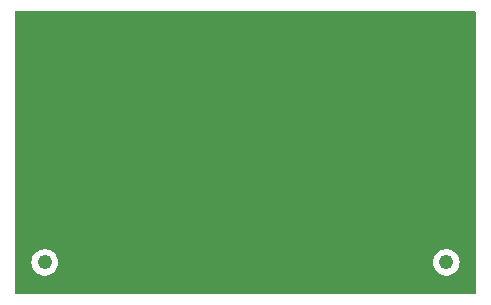
<source format=gbl>
G04 #@! TF.GenerationSoftware,KiCad,Pcbnew,8.0.3*
G04 #@! TF.CreationDate,2024-07-11T10:58:03+02:00*
G04 #@! TF.ProjectId,145MHz_BPF,3134354d-487a-45f4-9250-462e6b696361,rev?*
G04 #@! TF.SameCoordinates,Original*
G04 #@! TF.FileFunction,Copper,L2,Bot*
G04 #@! TF.FilePolarity,Positive*
%FSLAX46Y46*%
G04 Gerber Fmt 4.6, Leading zero omitted, Abs format (unit mm)*
G04 Created by KiCad (PCBNEW 8.0.3) date 2024-07-11 10:58:03*
%MOMM*%
%LPD*%
G01*
G04 APERTURE LIST*
G04 Aperture macros list*
%AMRoundRect*
0 Rectangle with rounded corners*
0 $1 Rounding radius*
0 $2 $3 $4 $5 $6 $7 $8 $9 X,Y pos of 4 corners*
0 Add a 4 corners polygon primitive as box body*
4,1,4,$2,$3,$4,$5,$6,$7,$8,$9,$2,$3,0*
0 Add four circle primitives for the rounded corners*
1,1,$1+$1,$2,$3*
1,1,$1+$1,$4,$5*
1,1,$1+$1,$6,$7*
1,1,$1+$1,$8,$9*
0 Add four rect primitives between the rounded corners*
20,1,$1+$1,$2,$3,$4,$5,0*
20,1,$1+$1,$4,$5,$6,$7,0*
20,1,$1+$1,$6,$7,$8,$9,0*
20,1,$1+$1,$8,$9,$2,$3,0*%
G04 Aperture macros list end*
G04 #@! TA.AperFunction,ComponentPad*
%ADD10C,1.016000*%
G04 #@! TD*
G04 #@! TA.AperFunction,ComponentPad*
%ADD11C,1.240000*%
G04 #@! TD*
G04 #@! TA.AperFunction,ComponentPad*
%ADD12RoundRect,0.250000X-0.550000X-0.550000X0.550000X-0.550000X0.550000X0.550000X-0.550000X0.550000X0*%
G04 #@! TD*
G04 #@! TA.AperFunction,ViaPad*
%ADD13C,0.600000*%
G04 #@! TD*
G04 APERTURE END LIST*
D10*
X113842000Y-63715000D03*
X112318000Y-63715000D03*
X108762000Y-51015000D03*
X107238000Y-51015000D03*
X108762000Y-63715000D03*
X107238000Y-63715000D03*
X103682000Y-51015000D03*
X102158000Y-51015000D03*
X103682000Y-63715000D03*
X102158000Y-63715000D03*
X98602000Y-51015000D03*
X97078000Y-51015000D03*
X113080000Y-56730000D03*
X110540000Y-56730000D03*
X108000000Y-56730000D03*
X105460000Y-56730000D03*
X102920000Y-56730000D03*
X100380000Y-56730000D03*
X97840000Y-56730000D03*
X113080000Y-58000000D03*
X110540000Y-58000000D03*
X108000000Y-58000000D03*
X105460000Y-58000000D03*
X102920000Y-58000000D03*
X100380000Y-58000000D03*
X97840000Y-58000000D03*
D11*
X122000000Y-66800000D03*
X120730000Y-68070000D03*
X123270000Y-68070000D03*
X120730000Y-65530000D03*
X123270000Y-65530000D03*
D12*
X104700000Y-67000000D03*
X122000000Y-59800000D03*
X88000000Y-59800000D03*
D11*
X88000000Y-66800000D03*
X86730000Y-68070000D03*
X89270000Y-68070000D03*
X86730000Y-65530000D03*
X89270000Y-65530000D03*
D13*
X86000000Y-58000000D03*
X96000000Y-46000000D03*
X86000000Y-64000000D03*
X124000000Y-50000000D03*
X110000000Y-69000000D03*
X124000000Y-52000000D03*
X114000000Y-69000000D03*
X118000000Y-69000000D03*
X122000000Y-69000000D03*
X86000000Y-46000000D03*
X124000000Y-56000000D03*
X104000000Y-46000000D03*
X92000000Y-69000000D03*
X96000000Y-69000000D03*
X102000000Y-46000000D03*
X124000000Y-62000000D03*
X92000000Y-46000000D03*
X124000000Y-46000000D03*
X86000000Y-60000000D03*
X110000000Y-46000000D03*
X88000000Y-69000000D03*
X102000000Y-69000000D03*
X124000000Y-64000000D03*
X86000000Y-52000000D03*
X98000000Y-46000000D03*
X124000000Y-48000000D03*
X86000000Y-48000000D03*
X94000000Y-69000000D03*
X116000000Y-46000000D03*
X88000000Y-46000000D03*
X112000000Y-69000000D03*
X118000000Y-46000000D03*
X86000000Y-56000000D03*
X112000000Y-46000000D03*
X104000000Y-69000000D03*
X86000000Y-62000000D03*
X94000000Y-46000000D03*
X106000000Y-46000000D03*
X124000000Y-58000000D03*
X116000000Y-69000000D03*
X98000000Y-69000000D03*
X108000000Y-46000000D03*
X86000000Y-54000000D03*
X114000000Y-46000000D03*
X124000000Y-54000000D03*
X122000000Y-46000000D03*
X90000000Y-46000000D03*
X100000000Y-69000000D03*
X100000000Y-46000000D03*
X108000000Y-69000000D03*
X120000000Y-46000000D03*
X124000000Y-60000000D03*
X106000000Y-69000000D03*
X86000000Y-50000000D03*
G04 #@! TA.AperFunction,Conductor*
G36*
X124442539Y-45520185D02*
G01*
X124488294Y-45572989D01*
X124499500Y-45624500D01*
X124499500Y-69375500D01*
X124479815Y-69442539D01*
X124427011Y-69488294D01*
X124375500Y-69499500D01*
X85624500Y-69499500D01*
X85557461Y-69479815D01*
X85511706Y-69427011D01*
X85500500Y-69375500D01*
X85500500Y-66799999D01*
X86874700Y-66799999D01*
X86874700Y-66800000D01*
X86893859Y-67006772D01*
X86950688Y-67206502D01*
X86950693Y-67206515D01*
X87043252Y-67392397D01*
X87168390Y-67558107D01*
X87168392Y-67558110D01*
X87321850Y-67698005D01*
X87321852Y-67698006D01*
X87321855Y-67698009D01*
X87421609Y-67759774D01*
X87498407Y-67807325D01*
X87498409Y-67807326D01*
X87498411Y-67807327D01*
X87692047Y-67882342D01*
X87896170Y-67920500D01*
X87896172Y-67920500D01*
X88103828Y-67920500D01*
X88103830Y-67920500D01*
X88307953Y-67882342D01*
X88501589Y-67807327D01*
X88678145Y-67698009D01*
X88831607Y-67558110D01*
X88956749Y-67392394D01*
X89049311Y-67206505D01*
X89106140Y-67006773D01*
X89125300Y-66800000D01*
X89125300Y-66799999D01*
X120874700Y-66799999D01*
X120874700Y-66800000D01*
X120893859Y-67006772D01*
X120950688Y-67206502D01*
X120950693Y-67206515D01*
X121043252Y-67392397D01*
X121168390Y-67558107D01*
X121168392Y-67558110D01*
X121321850Y-67698005D01*
X121321852Y-67698006D01*
X121321855Y-67698009D01*
X121421609Y-67759774D01*
X121498407Y-67807325D01*
X121498409Y-67807326D01*
X121498411Y-67807327D01*
X121692047Y-67882342D01*
X121896170Y-67920500D01*
X121896172Y-67920500D01*
X122103828Y-67920500D01*
X122103830Y-67920500D01*
X122307953Y-67882342D01*
X122501589Y-67807327D01*
X122678145Y-67698009D01*
X122831607Y-67558110D01*
X122956749Y-67392394D01*
X123049311Y-67206505D01*
X123106140Y-67006773D01*
X123125300Y-66800000D01*
X123106140Y-66593227D01*
X123049311Y-66393495D01*
X122956749Y-66207606D01*
X122956748Y-66207605D01*
X122956747Y-66207602D01*
X122831609Y-66041892D01*
X122831607Y-66041889D01*
X122678149Y-65901994D01*
X122678143Y-65901990D01*
X122501592Y-65792674D01*
X122501583Y-65792670D01*
X122411389Y-65757729D01*
X122307953Y-65717658D01*
X122103830Y-65679500D01*
X121896170Y-65679500D01*
X121692047Y-65717658D01*
X121498416Y-65792670D01*
X121498407Y-65792674D01*
X121321856Y-65901990D01*
X121321850Y-65901994D01*
X121168392Y-66041889D01*
X121168390Y-66041892D01*
X121043252Y-66207602D01*
X120950693Y-66393484D01*
X120950688Y-66393497D01*
X120893859Y-66593227D01*
X120874700Y-66799999D01*
X89125300Y-66799999D01*
X89106140Y-66593227D01*
X89049311Y-66393495D01*
X88956749Y-66207606D01*
X88956748Y-66207605D01*
X88956747Y-66207602D01*
X88831609Y-66041892D01*
X88831607Y-66041889D01*
X88678149Y-65901994D01*
X88678143Y-65901990D01*
X88501592Y-65792674D01*
X88501583Y-65792670D01*
X88411389Y-65757729D01*
X88307953Y-65717658D01*
X88103830Y-65679500D01*
X87896170Y-65679500D01*
X87692047Y-65717658D01*
X87498416Y-65792670D01*
X87498407Y-65792674D01*
X87321856Y-65901990D01*
X87321850Y-65901994D01*
X87168392Y-66041889D01*
X87168390Y-66041892D01*
X87043252Y-66207602D01*
X86950693Y-66393484D01*
X86950688Y-66393497D01*
X86893859Y-66593227D01*
X86874700Y-66799999D01*
X85500500Y-66799999D01*
X85500500Y-45624500D01*
X85520185Y-45557461D01*
X85572989Y-45511706D01*
X85624500Y-45500500D01*
X124375500Y-45500500D01*
X124442539Y-45520185D01*
G37*
G04 #@! TD.AperFunction*
M02*

</source>
